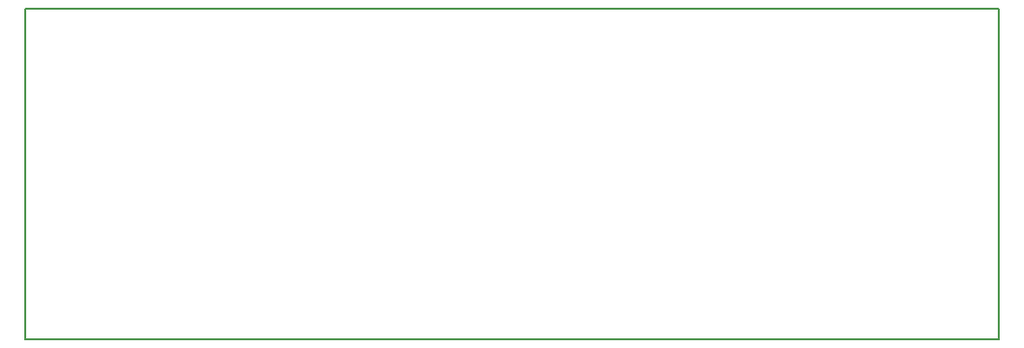
<source format=gm1>
%TF.GenerationSoftware,KiCad,Pcbnew,7.0.7*%
%TF.CreationDate,2023-11-07T21:15:51-05:00*%
%TF.ProjectId,DriveTrain,44726976-6554-4726-9169-6e2e6b696361,rev?*%
%TF.SameCoordinates,Original*%
%TF.FileFunction,Profile,NP*%
%FSLAX46Y46*%
G04 Gerber Fmt 4.6, Leading zero omitted, Abs format (unit mm)*
G04 Created by KiCad (PCBNEW 7.0.7) date 2023-11-07 21:15:51*
%MOMM*%
%LPD*%
G01*
G04 APERTURE LIST*
%TA.AperFunction,Profile*%
%ADD10C,0.150000*%
%TD*%
G04 APERTURE END LIST*
D10*
X122779000Y-33162000D02*
X122779000Y-62000000D01*
X207787000Y-33162000D02*
X207787000Y-62000000D01*
X122779000Y-62000000D02*
X207787000Y-62000000D01*
X122779000Y-33162000D02*
X207787000Y-33162000D01*
M02*

</source>
